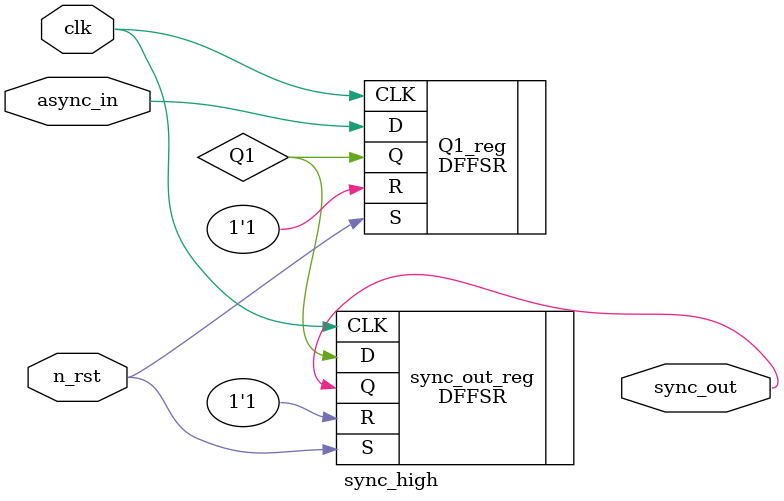
<source format=v>


module sync_high ( clk, n_rst, async_in, sync_out );
  input clk, n_rst, async_in;
  output sync_out;
  wire   Q1;

  DFFSR Q1_reg ( .D(async_in), .CLK(clk), .R(1'b1), .S(n_rst), .Q(Q1) );
  DFFSR sync_out_reg ( .D(Q1), .CLK(clk), .R(1'b1), .S(n_rst), .Q(sync_out) );
endmodule


</source>
